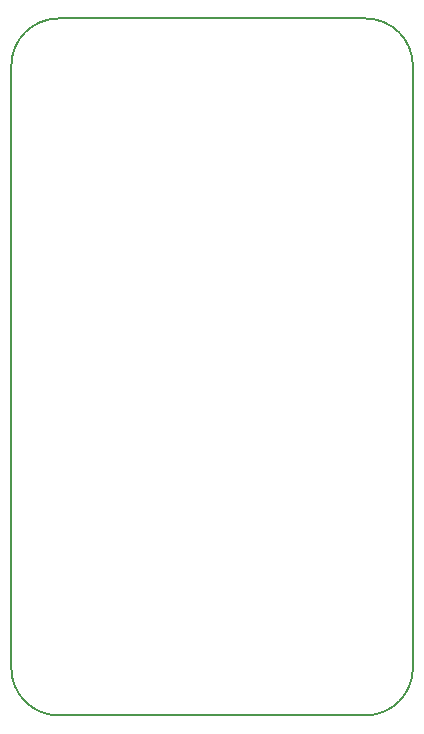
<source format=gbr>
G04 #@! TF.GenerationSoftware,KiCad,Pcbnew,(5.0.0-3-g5ebb6b6)*
G04 #@! TF.CreationDate,2019-03-28T22:34:17+01:00*
G04 #@! TF.ProjectId,tt_nano_HAT_b2,74745F6E616E6F5F4841545F62322E6B,rev?*
G04 #@! TF.SameCoordinates,Original*
G04 #@! TF.FileFunction,Profile,NP*
%FSLAX46Y46*%
G04 Gerber Fmt 4.6, Leading zero omitted, Abs format (unit mm)*
G04 Created by KiCad (PCBNEW (5.0.0-3-g5ebb6b6)) date Thursday, 28. March 2019 um 22:34:17*
%MOMM*%
%LPD*%
G01*
G04 APERTURE LIST*
%ADD10C,0.200000*%
G04 APERTURE END LIST*
D10*
X133500000Y-36500000D02*
G75*
G02X137500000Y-32500000I4000000J0D01*
G01*
X163500000Y-32500000D02*
G75*
G02X167500000Y-36500000I0J-4000000D01*
G01*
X137500000Y-91500000D02*
G75*
G02X133500000Y-87500000I0J4000000D01*
G01*
X167500000Y-36500000D02*
X167500000Y-87500000D01*
X137500000Y-32500000D02*
X163500000Y-32500000D01*
X133500000Y-87500000D02*
X133500000Y-36500000D01*
X163500000Y-91500000D02*
X137500000Y-91500000D01*
X167500000Y-87500000D02*
G75*
G02X163500000Y-91500000I-4000000J0D01*
G01*
M02*

</source>
